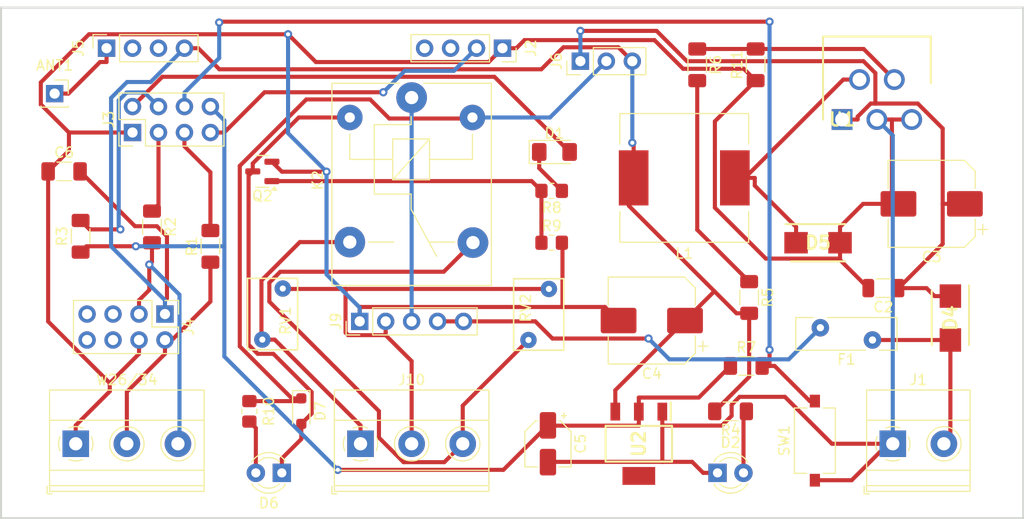
<source format=kicad_pcb>
(kicad_pcb (version 20221018) (generator pcbnew)
  (layers (0 "F.Cu" signal) (31 "B.Cu" signal) (34 "B.Paste" user) (35 "F.Paste" user) (36 "B.SilkS" user "B.Silkscreen") (37 "F.SilkS" user "F.Silkscreen") (38 "B.Mask" user) (39 "F.Mask" user) (44 "Edge.Cuts" user))
  (net 0 "")
  (net 1 "Net-(ANT1-Pin_1)")
  (net 2 "12V")
  (net 3 "GND")
  (net 4 "+5V")
  (net 5 "+3.3V")
  (net 6 "Net-(D1-K)")
  (net 7 "Net-(D1-A)")
  (net 8 "Net-(D2-A)")
  (net 9 "Net-(D4-A)")
  (net 10 "Net-(D5-K)")
  (net 11 "Net-(D6-K)")
  (net 12 "Net-(D6-A)")
  (net 13 "Net-(D7-K)")
  (net 14 "12VOUT")
  (net 15 "Net-(J2-Pin_2)")
  (net 18 "Net-(J3-Pin_3)")
  (net 19 "Net-(J3-Pin_4)")
  (net 20 "Net-(J3-Pin_5)")
  (net 21 "Net-(J3-Pin_6)")
  (net 22 "D1")
  (net 23 "D0")
  (net 30 "Net-(J10-Pin_2)")
  (net 31 "Net-(J9-Pin_3)")
  (net 32 "Net-(J10-Pin_1)")
  (net 33 "Net-(J10-Pin_3)")
  (net 34 "Net-(Q2-B)")
  (net 35 "Net-(R5-Pad1)")
  (net 36 "Net-(U1-FB)")
  (footprint "Resistor_SMD:R_1206_3216Metric_Pad1.30x1.75mm_HandSolder" (layer "F.Cu") (at 70.485 73.38 90)
    (fp_text reference "R1" (at 0 -1.82 90) (layer "F.SilkS"))
    (fp_text value "10K")
    (pad "1" smd roundrect (at -1.55 0 90) (size 1.3 1.75) (layers "F.Cu" "F.Paste" "F.Mask") (roundrect_rratio 0.192308) (net 22 "D1"))
    (pad "2" smd roundrect (at 1.55 0 90) (size 1.3 1.75) (layers "F.Cu" "F.Paste" "F.Mask") (roundrect_rratio 0.192308) (net 20 "Net-(J3-Pin_5)"))
  )
  (footprint "Resistor_SMD:R_1206_3216Metric_Pad1.30x1.75mm_HandSolder" (layer "F.Cu") (at 121.37 89.535 180)
    (fp_text reference "R4" (at 0 -1.82) (layer "F.SilkS"))
    (fp_text value "330")
    (pad "1" smd roundrect (at -1.55 0 180) (size 1.3 1.75) (layers "F.Cu" "F.Paste" "F.Mask") (roundrect_rratio 0.192308) (net 8 "Net-(D2-A)"))
    (pad "2" smd roundrect (at 1.55 0 180) (size 1.3 1.75) (layers "F.Cu" "F.Paste" "F.Mask") (roundrect_rratio 0.192308) (net 4 "+5V"))
  )
  (footprint "Connector_PinHeader_2.54mm:PinHeader_1x05_P2.54mm_Vertical" (layer "F.Cu") (at 85.09 80.725 90)
    (fp_text reference "J9" (at 0 -2.33 90) (layer "F.SilkS"))
    (fp_text value "jumpers salida")
    (pad "1" thru_hole rect (at 0 0 90) (size 1.7 1.7) (drill 1) (layers "*.Cu" "*.Mask") (net 3 "GND"))
    (pad "2" thru_hole oval (at 0 2.54 90) (size 1.7 1.7) (drill 1) (layers "*.Cu" "*.Mask") (net 30 "Net-(J10-Pin_2)"))
    (pad "3" thru_hole oval (at 0 5.08 90) (size 1.7 1.7) (drill 1) (layers "*.Cu" "*.Mask") (net 31 "Net-(J9-Pin_3)"))
    (pad "4" thru_hole oval (at 0 7.62 90) (size 1.7 1.7) (drill 1) (layers "*.Cu" "*.Mask") (net 14 "12VOUT"))
    (pad "5" thru_hole oval (at 0 10.16 90) (size 1.7 1.7) (drill 1) (layers "*.Cu" "*.Mask") (net 14 "12VOUT"))
  )
  (footprint "Kicad Modelos:SS34B-HF" (layer "F.Cu") (at 142.875 80.4 -90)
    (fp_text reference "D4" (at 0 0 90) (layer "F.SilkS") (effects (font (size 1.27 1.27) (thickness 0.254))))
    (fp_text value "SS34" hide)
    (pad "1" smd rect (at -2.15 0) (size 2.1 2.3) (layers "F.Cu" "F.Paste" "F.Mask") (net 2 "12V"))
    (pad "2" smd rect (at 2.15 0) (size 2.1 2.3) (layers "F.Cu" "F.Paste" "F.Mask") (net 9 "Net-(D4-A)"))
  )
  (footprint "Resistor_SMD:R_1206_3216Metric_Pad1.30x1.75mm_HandSolder" (layer "F.Cu") (at 122.91 85.09)
    (fp_text reference "R7" (at 0 -1.82) (layer "F.SilkS"))
    (fp_text value "10K")
    (pad "1" smd roundrect (at -1.55 0) (size 1.3 1.75) (layers "F.Cu" "F.Paste" "F.Mask") (roundrect_rratio 0.192308) (net 5 "+3.3V"))
    (pad "2" smd roundrect (at 1.55 0) (size 1.3 1.75) (layers "F.Cu" "F.Paste" "F.Mask") (roundrect_rratio 0.192308) (net 21 "Net-(J3-Pin_6)"))
  )
  (footprint "Resistor_SMD:R_0805_2012Metric_Pad1.20x1.40mm_HandSolder" (layer "F.Cu") (at 103.87 73.025)
    (fp_text reference "R9" (at 0 -1.65) (layer "F.SilkS"))
    (fp_text value "100K")
    (pad "1" smd roundrect (at -1 0) (size 1.2 1.4) (layers "F.Cu" "F.Paste" "F.Mask") (roundrect_rratio 0.208333) (net 34 "Net-(Q2-B)"))
    (pad "2" smd roundrect (at 1 0) (size 1.2 1.4) (layers "F.Cu" "F.Paste" "F.Mask") (roundrect_rratio 0.208333) (net 3 "GND"))
  )
  (footprint "Kicad Modelos:TLV1117LV33DCYR" (layer "F.Cu") (at 112.395 92.71 -90)
    (fp_text reference "U2" (at 0 0 90) (layer "F.SilkS") (effects (font (size 1.27 1.27) (thickness 0.254))))
    (fp_text value "AMS1117-3.3" hide)
    (pad "1" smd rect (at -3.15 -2.3) (size 0.95 1.75) (layers "F.Cu" "F.Paste" "F.Mask") (net 3 "GND"))
    (pad "2" smd rect (at -3.15 0) (size 0.95 1.75) (layers "F.Cu" "F.Paste" "F.Mask") (net 5 "+3.3V"))
    (pad "3" smd rect (at -3.15 2.3) (size 0.95 1.75) (layers "F.Cu" "F.Paste" "F.Mask") (net 4 "+5V"))
    (pad "4" smd rect (at 3.15 0 270) (size 1.75 3.2) (layers "F.Cu" "F.Paste" "F.Mask"))
  )
  (footprint "Capacitor_SMD:C_1206_3216Metric" (layer "F.Cu") (at 136.32 77.47 180)
    (fp_text reference "C2" (at 0 -1.85) (layer "F.SilkS"))
    (fp_text value "0.1u")
    (pad "1" smd roundrect (at -1.475 0 180) (size 1.15 1.8) (layers "F.Cu" "F.Paste" "F.Mask") (roundrect_rratio 0.217391) (net 2 "12V"))
    (pad "2" smd roundrect (at 1.475 0 180) (size 1.15 1.8) (layers "F.Cu" "F.Paste" "F.Mask") (roundrect_rratio 0.217391) (net 3 "GND"))
  )
  (footprint "Capacitor_SMD:CP_Elec_4x4.5" (layer "F.Cu") (at 103.505 92.71 -90)
    (fp_text reference "C5" (at 0 -3.2 90) (layer "F.SilkS"))
    (fp_text value "10uF/16V")
    (pad "1" smd roundrect (at -1.8 0 270) (size 2.6 1.6) (layers "F.Cu" "F.Paste" "F.Mask") (roundrect_rratio 0.15625) (net 5 "+3.3V"))
    (pad "2" smd roundrect (at 1.8 0 270) (size 2.6 1.6) (layers "F.Cu" "F.Paste" "F.Mask") (roundrect_rratio 0.15625) (net 3 "GND"))
  )
  (footprint "Resistor_SMD:R_1206_3216Metric_Pad1.30x1.75mm_HandSolder" (layer "F.Cu") (at 123.19 78.385 -90)
    (fp_text reference "R5" (at 0 -1.82 90) (layer "F.SilkS"))
    (fp_text value "10K")
    (pad "1" smd roundrect (at -1.55 0 270) (size 1.3 1.75) (layers "F.Cu" "F.Paste" "F.Mask") (roundrect_rratio 0.192308) (net 35 "Net-(R5-Pad1)"))
    (pad "2" smd roundrect (at 1.55 0 270) (size 1.3 1.75) (layers "F.Cu" "F.Paste" "F.Mask") (roundrect_rratio 0.192308) (net 4 "+5V"))
  )
  (footprint "Resistor_SMD:R_1206_3216Metric_Pad1.30x1.75mm_HandSolder" (layer "F.Cu") (at 123.825 55.6 90)
    (fp_text reference "R11" (at 0 -1.82 90) (layer "F.SilkS"))
    (fp_text value "4.7K")
    (pad "1" smd roundrect (at -1.55 0 90) (size 1.3 1.75) (layers "F.Cu" "F.Paste" "F.Mask") (roundrect_rratio 0.192308) (net 3 "GND"))
    (pad "2" smd roundrect (at 1.55 0 90) (size 1.3 1.75) (layers "F.Cu" "F.Paste" "F.Mask") (roundrect_rratio 0.192308) (net 36 "Net-(U1-FB)"))
  )
  (footprint "Capacitor_SMD:CP_Elec_8x10" (layer "F.Cu") (at 141.045 69.215 180)
    (fp_text reference "C3" (at 0 -5.2) (layer "F.SilkS"))
    (fp_text value "220uF/35V")
    (pad "1" smd roundrect (at -3.25 0 180) (size 3.5 2.5) (layers "F.Cu" "F.Paste" "F.Mask") (roundrect_rratio 0.1) (net 2 "12V"))
    (pad "2" smd roundrect (at 3.25 0 180) (size 3.5 2.5) (layers "F.Cu" "F.Paste" "F.Mask") (roundrect_rratio 0.1) (net 3 "GND"))
  )
  (footprint "Package_TO_SOT_SMD:SOT-23" (layer "F.Cu") (at 75.565 66.04 180)
    (fp_text reference "Q2" (at 0 -2.4) (layer "F.SilkS"))
    (fp_text value "MMBT5551L")
    (pad "1" smd roundrect (at -0.9375 -0.95 180) (size 1.475 0.6) (layers "F.Cu" "F.Paste" "F.Mask") (net 34 "Net-(Q2-B)"))
    (pad "2" smd roundrect (at -0.9375 0.95 180) (size 1.475 0.6) (layers "F.Cu" "F.Paste" "F.Mask") (net 3 "GND"))
    (pad "3" smd roundrect (at 0.9375 0 180) (size 1.475 0.6) (layers "F.Cu" "F.Paste" "F.Mask") (net 11 "Net-(D6-K)"))
  )
  (footprint "Resistor_SMD:R_0805_2012Metric_Pad1.20x1.40mm_HandSolder" (layer "F.Cu") (at 74.295 89.535 90)
    (fp_text reference "R10" (at 0 1.905 90) (layer "F.SilkS"))
    (fp_text value "330")
    (pad "1" smd roundrect (at -1 0 90) (size 1.2 1.4) (layers "F.Cu" "F.Paste" "F.Mask") (roundrect_rratio 0.208333) (net 12 "Net-(D6-A)"))
    (pad "2" smd roundrect (at 1 0 90) (size 1.2 1.4) (layers "F.Cu" "F.Paste" "F.Mask") (roundrect_rratio 0.208333) (net 13 "Net-(D7-K)"))
  )
  (footprint "Kicad Modelos:LM2596TVADJG" (layer "F.Cu") (at 132.283 60.96)
    (fp_text reference "U1" (at 0 0) (layer "F.SilkS") (effects (font (size 1.27 1.27) (thickness 0.254))))
    (fp_text value "LM2596S-5" hide)
    (pad "1" thru_hole rect (at 0 0) (size 2.04 2.04) (drill 1.36) (layers "*.Cu" "*.Mask") (net 2 "12V"))
    (pad "2" thru_hole circle (at 1.702 -3.912) (size 2.04 2.04) (drill 1.36) (layers "*.Cu" "*.Mask") (net 10 "Net-(D5-K)"))
    (pad "3" thru_hole circle (at 3.404 0) (size 2.04 2.04) (drill 1.36) (layers "*.Cu" "*.Mask") (net 3 "GND"))
    (pad "4" thru_hole circle (at 5.106 -3.912) (size 2.04 2.04) (drill 1.36) (layers "*.Cu" "*.Mask") (net 36 "Net-(U1-FB)"))
    (pad "5" thru_hole circle (at 6.808 0) (size 2.04 2.04) (drill 1.36) (layers "*.Cu" "*.Mask") (net 3 "GND"))
  )
  (footprint "Fuse:Fuse_Bourns_MF-RHT100" (layer "F.Cu") (at 135.255 82.55 180)
    (fp_text reference "F1" (at 2.55 -1.9) (layer "F.SilkS"))
    (fp_text value "MF-R110")
    (pad "1" thru_hole circle (at 0 0 180) (size 1.71 1.71) (drill 0.71) (layers "*.Cu" "*.Mask") (net 9 "Net-(D4-A)"))
    (pad "2" thru_hole circle (at 5.1 1.2 180) (size 1.71 1.71) (drill 0.71) (layers "*.Cu" "*.Mask") (net 14 "12VOUT"))
  )
  (footprint "Connector_PinHeader_2.54mm:PinHeader_2x04_P2.54mm_Vertical" (layer "F.Cu") (at 66.04 80.01 -90)
    (fp_text reference "J4" (at 1.27 -2.33 90) (layer "F.SilkS"))
    (fp_text value "Conn_02x04_Counter_Clockwise")
    (pad "1" thru_hole rect (at 0 0 270) (size 1.7 1.7) (drill 1) (layers "*.Cu" "*.Mask") (net 4 "+5V"))
    (pad "2" thru_hole oval (at 2.54 0 270) (size 1.7 1.7) (drill 1) (layers "*.Cu" "*.Mask") (net 22 "D1"))
    (pad "3" thru_hole oval (at 0 2.54 270) (size 1.7 1.7) (drill 1) (layers "*.Cu" "*.Mask") (net 23 "D0"))
    (pad "4" thru_hole oval (at 2.54 2.54 270) (size 1.7 1.7) (drill 1) (layers "*.Cu" "*.Mask") (net 3 "GND"))
    (pad "5" thru_hole oval (at 0 5.08 270) (size 1.7 1.7) (drill 1) (layers "*.Cu" "*.Mask"))
    (pad "6" thru_hole oval (at 2.54 5.08 270) (size 1.7 1.7) (drill 1) (layers "*.Cu" "*.Mask"))
    (pad "7" thru_hole oval (at 0 7.62 270) (size 1.7 1.7) (drill 1) (layers "*.Cu" "*.Mask"))
    (pad "8" thru_hole oval (at 2.54 7.62 270) (size 1.7 1.7) (drill 1) (layers "*.Cu" "*.Mask"))
  )
  (footprint "Diode_SMD:D_1206_3216Metric_Pad1.42x1.75mm_HandSolder" (layer "F.Cu") (at 104.14 64.135)
    (fp_text reference "D1" (at 0 -1.82) (layer "F.SilkS"))
    (fp_text value "1N4148")
    (pad "1" smd roundrect (at -1.4875 0) (size 1.425 1.75) (layers "F.Cu" "F.Paste" "F.Mask") (roundrect_rratio 0.175439) (net 6 "Net-(D1-K)"))
    (pad "2" smd roundrect (at 1.4875 0) (size 1.425 1.75) (layers "F.Cu" "F.Paste" "F.Mask") (roundrect_rratio 0.175439) (net 7 "Net-(D1-A)"))
  )
  (footprint "TerminalBlock_Phoenix:TerminalBlock_Phoenix_MKDS-1,5-2_1x02_P5.00mm_Horizontal" (layer "F.Cu") (at 137.24 92.71)
    (fp_text reference "J1" (at 2.5 -6.26) (layer "F.SilkS"))
    (fp_text value "IN 12V")
    (pad "1" thru_hole rect (at 0 0) (size 2.6 2.6) (drill 1.3) (layers "*.Cu" "*.Mask") (net 3 "GND"))
    (pad "2" thru_hole circle (at 5 0) (size 2.6 2.6) (drill 1.3) (layers "*.Cu" "*.Mask") (net 9 "Net-(D4-A)"))
  )
  (footprint "Resistor_SMD:R_1206_3216Metric_Pad1.30x1.75mm_HandSolder" (layer "F.Cu") (at 118.11 55.6 -90)
    (fp_text reference "R6" (at 0 -1.82 90) (layer "F.SilkS"))
    (fp_text value "4.7K")
    (pad "1" smd roundrect (at -1.55 0 270) (size 1.3 1.75) (layers "F.Cu" "F.Paste" "F.Mask") (roundrect_rratio 0.192308) (net 36 "Net-(U1-FB)"))
    (pad "2" smd roundrect (at 1.55 0 270) (size 1.3 1.75) (layers "F.Cu" "F.Paste" "F.Mask") (roundrect_rratio 0.192308) (net 35 "Net-(R5-Pad1)"))
  )
  (footprint "Capacitor_SMD:C_1206_3216Metric_Pad1.33x1.80mm_HandSolder" (layer "F.Cu") (at 56.1725 66.04)
    (fp_text reference "C6" (at 0 -1.85) (layer "F.SilkS"))
    (fp_text value "0.1u")
    (pad "1" smd roundrect (at -1.5625 0) (size 1.325 1.8) (layers "F.Cu" "F.Paste" "F.Mask") (roundrect_rratio 0.188679) (net 3 "GND"))
    (pad "2" smd roundrect (at 1.5625 0) (size 1.325 1.8) (layers "F.Cu" "F.Paste" "F.Mask") (roundrect_rratio 0.188679) (net 4 "+5V"))
  )
  (footprint "Capacitor_SMD:CP_Elec_8x10" (layer "F.Cu") (at 113.665 80.645 180)
    (fp_text reference "C4" (at 0 -5.2) (layer "F.SilkS"))
    (fp_text value "220uF/35V")
    (pad "1" smd roundrect (at -3.25 0 180) (size 3.5 2.5) (layers "F.Cu" "F.Paste" "F.Mask") (roundrect_rratio 0.1) (net 4 "+5V"))
    (pad "2" smd roundrect (at 3.25 0 180) (size 3.5 2.5) (layers "F.Cu" "F.Paste" "F.Mask") (roundrect_rratio 0.1) (net 3 "GND"))
  )
  (footprint "Resistor_SMD:R_0805_2012Metric_Pad1.20x1.40mm_HandSolder" (layer "F.Cu") (at 103.87 67.945 180)
    (fp_text reference "R8" (at 0 -1.65) (layer "F.SilkS"))
    (fp_text value "10K")
    (pad "1" smd roundrect (at -1 0 180) (size 1.2 1.4) (layers "F.Cu" "F.Paste" "F.Mask") (roundrect_rratio 0.208333) (net 6 "Net-(D1-K)"))
    (pad "2" smd roundrect (at 1 0 180) (size 1.2 1.4) (layers "F.Cu" "F.Paste" "F.Mask") (roundrect_rratio 0.208333) (net 34 "Net-(Q2-B)"))
  )
  (footprint "Connector_PinHeader_2.54mm:PinHeader_2x04_P2.54mm_Vertical" (layer "F.Cu") (at 62.865 62.23 90)
    (fp_text reference "J3" (at 1.27 -2.33 90) (layer "F.SilkS"))
    (fp_text value "ESP01")
    (pad "1" thru_hole rect (at 0 0 90) (size 1.7 1.7) (drill 1) (layers "*.Cu" "*.Mask") (net 3 "GND"))
    (pad "2" thru_hole oval (at 2.54 0 90) (size 1.7 1.7) (drill 1) (layers "*.Cu" "*.Mask") (net 7 "Net-(D1-A)"))
    (pad "3" thru_hole oval (at 0 2.54 90) (size 1.7 1.7) (drill 1) (layers "*.Cu" "*.Mask") (net 18 "Net-(J3-Pin_3)"))
    (pad "4" thru_hole oval (at 2.54 2.54 90) (size 1.7 1.7) (drill 1) (layers "*.Cu" "*.Mask") (net 19 "Net-(J3-Pin_4)"))
    (pad "5" thru_hole oval (at 0 5.08 90) (size 1.7 1.7) (drill 1) (layers "*.Cu" "*.Mask") (net 20 "Net-(J3-Pin_5)"))
    (pad "6" thru_hole oval (at 2.54 5.08 90) (size 1.7 1.7) (drill 1) (layers "*.Cu" "*.Mask") (net 21 "Net-(J3-Pin_6)"))
    (pad "7" thru_hole oval (at 0 7.62 90) (size 1.7 1.7) (drill 1) (layers "*.Cu" "*.Mask") (net 15 "Net-(J2-Pin_2)"))
    (pad "8" thru_hole oval (at 2.54 7.62 90) (size 1.7 1.7) (drill 1) (layers "*.Cu" "*.Mask") (net 5 "+3.3V"))
  )
  (footprint "TerminalBlock_Phoenix:TerminalBlock_Phoenix_MKDS-1,5-3_1x03_P5.00mm_Horizontal" (layer "F.Cu") (at 57.31 92.71)
    (fp_text reference "W26/34" (at 5 -6.26) (layer "F.SilkS"))
    (fp_text value "Screw_Terminal_01x03")
    (pad "1" thru_hole rect (at 0 0) (size 2.6 2.6) (drill 1.3) (layers "*.Cu" "*.Mask") (net 3 "GND"))
    (pad "2" thru_hole circle (at 5 0) (size 2.6 2.6) (drill 1.3) (layers "*.Cu" "*.Mask") (net 22 "D1"))
    (pad "3" thru_hole circle (at 10 0) (size 2.6 2.6) (drill 1.3) (layers "*.Cu" "*.Mask") (net 23 "D0"))
  )
  (footprint "Connector_PinHeader_2.54mm:PinHeader_1x03_P2.54mm_Vertical" (layer "F.Cu") (at 106.68 55.245 90)
    (fp_text reference "J6" (at 0 -2.33 90) (layer "F.SilkS"))
    (fp_text value "V-coil1")
    (pad "1" thru_hole rect (at 0 0 90) (size 1.7 1.7) (drill 1) (layers "*.Cu" "*.Mask") (net 2 "12V"))
    (pad "2" thru_hole oval (at 0 2.54 90) (size 1.7 1.7) (drill 1) (layers "*.Cu" "*.Mask") (net 13 "Net-(D7-K)"))
    (pad "3" thru_hole oval (at 0 5.08 90) (size 1.7 1.7) (drill 1) (layers "*.Cu" "*.Mask") (net 4 "+5V"))
  )
  (footprint "Diode_SMD:D_SOD-323_HandSoldering" (layer "F.Cu") (at 79.375 89.515 -90)
    (fp_text reference "D7" (at 0 -1.85 90) (layer "F.SilkS"))
    (fp_text value "1N4148")
    (pad "1" smd roundrect (at -1.25 0 270) (size 1 1) (layers "F.Cu" "F.Paste" "F.Mask") (net 13 "Net-(D7-K)"))
    (pad "2" smd roundrect (at 1.25 0 270) (size 1 1) (layers "F.Cu" "F.Paste" "F.Mask") (net 11 "Net-(D6-K)"))
  )
  (footprint "Varistor:RV_Disc_D7mm_W4.9mm_P5mm" (layer "F.Cu") (at 75.565 82.51 90)
    (fp_text reference "RV1" (at 1.865 2.27 90) (layer "F.SilkS"))
    (fp_text value "470KD07")
    (pad "1" thru_hole circle (at 0 0 90) (size 1.6 1.6) (drill 0.6) (layers "*.Cu" "*.Mask") (net 32 "Net-(J10-Pin_1)"))
    (pad "2" thru_hole circle (at 5 2 90) (size 1.6 1.6) (drill 0.6) (layers "*.Cu" "*.Mask") (net 30 "Net-(J10-Pin_2)"))
  )
  (footprint "Resistor_SMD:R_1206_3216Metric_Pad1.30x1.75mm_HandSolder" (layer "F.Cu") (at 64.77 71.475 -90)
    (fp_text reference "R2" (at 0 -1.82 90) (layer "F.SilkS"))
    (fp_text value "10K")
    (pad "1" smd roundrect (at -1.55 0 270) (size 1.3 1.75) (layers "F.Cu" "F.Paste" "F.Mask") (roundrect_rratio 0.192308) (net 18 "Net-(J3-Pin_3)"))
    (pad "2" smd roundrect (at 1.55 0 270) (size 1.3 1.75) (layers "F.Cu" "F.Paste" "F.Mask") (roundrect_rratio 0.192308) (net 23 "D0"))
  )
  (footprint "TerminalBlock_Phoenix:TerminalBlock_Phoenix_MKDS-1,5-3_1x03_P5.00mm_Horizontal" (layer "F.Cu") (at 85.17 92.71)
    (fp_text reference "J10" (at 5 -6.26) (layer "F.SilkS"))
    (fp_text value "OUT")
    (pad "1" thru_hole rect (at 0 0) (size 2.6 2.6) (drill 1.3) (layers "*.Cu" "*.Mask") (net 32 "Net-(J10-Pin_1)"))
    (pad "2" thru_hole circle (at 5 0) (size 2.6 2.6) (drill 1.3) (layers "*.Cu" "*.Mask") (net 30 "Net-(J10-Pin_2)"))
    (pad "3" thru_hole circle (at 10 0) (size 2.6 2.6) (drill 1.3) (layers "*.Cu" "*.Mask") (net 33 "Net-(J10-Pin_3)"))
  )
  (footprint "Inductor_SMD:L_12x12mm_H8mm" (layer "F.Cu") (at 116.84 66.675 180)
    (fp_text reference "L1" (at 0 -7.4) (layer "F.SilkS"))
    (fp_text value "33 uH/3.5A")
    (pad "1" smd rect (at -4.95 0 180) (size 2.9 5.4) (layers "F.Cu" "F.Paste" "F.Mask") (net 10 "Net-(D5-K)"))
    (pad "2" smd rect (at 4.95 0 180) (size 2.9 5.4) (layers "F.Cu" "F.Paste" "F.Mask") (net 4 "+5V"))
  )
  (footprint "Connector_PinSocket_2.54mm:PinSocket_1x04_P2.54mm_Vertical" (layer "F.Cu") (at 99.06 53.975 -90)
    (fp_text reference "J2" (at 0 -2.77 90) (layer "F.SilkS"))
    (fp_text value "Receptor RF")
    (pad "1" thru_hole rect (at 0 0 270) (size 1.7 1.7) (drill 1) (layers "*.Cu" "*.Mask") (net 3 "GND"))
    (pad "2" thru_hole oval (at 0 2.54 270) (size 1.7 1.7) (drill 1) (layers "*.Cu" "*.Mask") (net 15 "Net-(J2-Pin_2)"))
    (pad "3" thru_hole oval (at 0 5.08 270) (size 1.7 1.7) (drill 1) (layers "*.Cu" "*.Mask"))
    (pad "4" thru_hole oval (at 0 7.62 270) (size 1.7 1.7) (drill 1) (layers "*.Cu" "*.Mask"))
  )
  (footprint "Button_Switch_SMD:SW_Tactile_SPST_NO_Straight_CK_PTS636Sx25SMTRLFS" (layer "F.Cu") (at 129.62 92.405 90)
    (fp_text reference "SW1" (at 0 -3 90 unlocked) (layer "F.SilkS"))
    (fp_text value "RESET")
    (pad "1" smd rect (at -3.875 0 90) (size 1.25 1) (layers "F.Cu" "F.Paste" "F.Mask") (net 3 "GND"))
    (pad "2" smd rect (at 3.875 0 90) (size 1.25 1) (layers "F.Cu" "F.Paste" "F.Mask") (net 21 "Net-(J3-Pin_6)"))
  )
  (footprint "Resistor_SMD:R_1206_3216Metric_Pad1.30x1.75mm_HandSolder" (layer "F.Cu") (at 57.785 72.39 90)
    (fp_text reference "R3" (at 0 -1.82 90) (layer "F.SilkS"))
    (fp_text value "10K")
    (pad "1" smd roundrect (at -1.55 0 90) (size 1.3 1.75) (layers "F.Cu" "F.Paste" "F.Mask") (roundrect_rratio 0.192308) (net 5 "+3.3V"))
    (pad "2" smd roundrect (at 1.55 0 90) (size 1.3 1.75) (layers "F.Cu" "F.Paste" "F.Mask") (roundrect_rratio 0.192308) (net 19 "Net-(J3-Pin_4)"))
  )
  (footprint "LED_THT:LED_D3.0mm" (layer "F.Cu") (at 77.47 95.56 180)
    (fp_text reference "D6" (at 1.27 -2.96) (layer "F.SilkS"))
    (fp_text value "LED")
    (pad "1" thru_hole rect (at 0 0 180) (size 1.8 1.8) (drill 0.9) (layers "*.Cu" "*.Mask") (net 11 "Net-(D6-K)"))
    (pad "2" thru_hole circle (at 2.54 0 180) (size 1.8 1.8) (drill 0.9) (layers "*.Cu" "*.Mask") (net 12 "Net-(D6-A)"))
  )
  (footprint "LED_THT:LED_D3.0mm" (layer "F.Cu") (at 120.095 95.56)
    (fp_text reference "D2" (at 1.27 -2.96) (layer "F.SilkS"))
    (fp_text value "LED")
    (pad "1" thru_hole rect (at 0 0) (size 1.8 1.8) (drill 0.9) (layers "*.Cu" "*.Mask") (net 3 "GND"))
    (pad "2" thru_hole circle (at 2.54 0) (size 1.8 1.8) (drill 0.9) (layers "*.Cu" "*.Mask") (net 8 "Net-(D2-A)"))
  )
  (footprint "Varistor:RV_Disc_D7mm_W4.9mm_P5mm" (layer "F.Cu") (at 103.6 77.55 -90)
    (fp_text reference "RV2" (at 1.865 2.27 90) (layer "F.SilkS"))
    (fp_text value "470KD07")
    (pad "1" thru_hole circle (at 0 0 270) (size 1.6 1.6) (drill 0.6) (layers "*.Cu" "*.Mask") (net 30 "Net-(J10-Pin_2)"))
    (pad "2" thru_hole circle (at 5 2 270) (size 1.6 1.6) (drill 0.6) (layers "*.Cu" "*.Mask") (net 33 "Net-(J10-Pin_3)"))
  )
  (footprint "Connector_PinSocket_2.54mm:PinSocket_1x01_P2.54mm_Vertical" (layer "F.Cu") (at 55.245 58.42)
    (fp_text reference "ANT1" (at 0 -2.77) (layer "F.SilkS"))
    (fp_text value "ANT")
    (pad "1" thru_hole rect (at 0 0) (size 1.7 1.7) (drill 1) (layers "*.Cu" "*.Mask") (net 1 "Net-(ANT1-Pin_1)"))
  )
  (footprint "Connector_PinSocket_2.54mm:PinSocket_1x04_P2.54mm_Vertical" (layer "F.Cu") (at 60.325 53.975 90)
    (fp_text reference "J5" (at 0 -2.77 90) (layer "F.SilkS"))
    (fp_text value "Receptor RF")
    (pad "1" thru_hole rect (at 0 0 90) (size 1.7 1.7) (drill 1) (layers "*.Cu" "*.Mask") (net 1 "Net-(ANT1-Pin_1)"))
    (pad "2" thru_hole oval (at 0 2.54 90) (size 1.7 1.7) (drill 1) (layers "*.Cu" "*.Mask"))
    (pad "3" thru_hole oval (at 0 5.08 90) (size 1.7 1.7) (drill 1) (layers "*.Cu" "*.Mask"))
    (pad "4" thru_hole oval (at 0 7.62 90) (size 1.7 1.7) (drill 1) (layers "*.Cu" "*.Mask") (net 4 "+5V"))
  )
  (footprint "Relay_THT:Relay_SPDT_SANYOU_SRD_Series_Form_C" (layer "F.Cu") (at 90.17 58.81 -90)
    (fp_text reference "K2" (at 8.1 9.2 90) (layer "F.SilkS"))
    (fp_text value "SANYOU_SRD_Form_C")
    (pad "1" thru_hole circle (at 0 0) (size 3 3) (drill 1.3) (layers "*.Cu" "*.Mask") (net 31 "Net-(J9-Pin_3)"))
    (pad "2" thru_hole circle (at 1.95 6.05) (size 2.5 2.5) (drill 1) (layers "*.Cu" "*.Mask") (net 11 "Net-(D6-K)"))
    (pad "3" thru_hole circle (at 14.15 6.05) (size 3 3) (drill 1.3) (layers "*.Cu" "*.Mask") (net 32 "Net-(J10-Pin_1)"))
    (pad "4" thru_hole circle (at 14.2 -6) (size 3 3) (drill 1.3) (layers "*.Cu" "*.Mask") (net 33 "Net-(J10-Pin_3)"))
    (pad "5" thru_hole circle (at 1.95 -5.95) (size 2.5 2.5) (drill 1) (layers "*.Cu" "*.Mask") (net 13 "Net-(D7-K)"))
  )
  (footprint "Kicad Modelos:SS34B-HF" (layer "F.Cu") (at 129.93 73.025)
    (fp_text reference "D5" (at 0 0) (layer "F.SilkS") (effects (font (size 1.27 1.27) (thickness 0.254))))
    (fp_text value "SS34" hide)
    (pad "1" smd rect (at -2.15 0 90) (size 2.1 2.3) (layers "F.Cu" "F.Paste" "F.Mask") (net 10 "Net-(D5-K)"))
    (pad "2" smd rect (at 2.15 0 90) (size 2.1 2.3) (layers "F.Cu" "F.Paste" "F.Mask") (net 3 "GND"))
  )
  (gr_rect (start 50 50) (end 150 100) (stroke (width 0.2)) (fill none) (layer "Edge.Cuts"))
  (segment (start 59.69 55.3269) (end 60.325 55.3269) (width 0.4) (layer "F.Cu") (net 1))
  (segment (start 60.325 53.975) (end 60.325 55.3269) (width 0.4) (layer "F.Cu") (net 1))
  (segment (start 56.5969 58.42) (end 59.69 55.3269) (width 0.4) (layer "F.Cu") (net 1))
  (segment (start 55.245 58.42) (end 56.5969 58.42) (width 0.4) (layer "F.Cu") (net 1))
  (segment (start 114.133 52.2796) (end 106.68 52.2796) (width 0.4) (layer "F.Cu") (net 2))
  (segment (start 142.1221 61.8295) (end 139.6882 59.3956) (width 0.4) (layer "F.Cu") (net 2))
  (segment (start 137.795 77.47) (end 142.1221 73.1429) (width 0.4) (layer "F.Cu") (net 2))
  (segment (start 135.5362 59.3956) (end 135.5362 56.4088) (width 0.4) (layer "F.Cu") (net 2))
  (segment (start 142.1221 69.215) (end 144.295 69.215) (width 0.4) (layer "F.Cu") (net 2))
  (segment (start 135.5362 56.4088) (end 134.3723 55.2449) (width 0.4) (layer "F.Cu") (net 2))
  (segment (start 132.549 60.96) (end 132.4646 60.96) (width 0.4) (layer "F.Cu") (net 2))
  (segment (start 117.0983 55.2449) (end 114.133 52.2796) (width 0.4) (layer "F.Cu") (net 2))
  (segment (start 132.283 60.96) (end 132.4646 60.96) (width 0.4) (layer "F.Cu") (net 2))
  (segment (start 139.6882 59.3956) (end 135.5362 59.3956) (width 0.4) (layer "F.Cu") (net 2))
  (segment (start 135.5362 59.3956) (end 135.0839 59.3956) (width 0.4) (layer "F.Cu") (net 2))
  (segment (start 142.875 78.25) (end 141.3231 78.25) (width 0.4) (layer "F.Cu") (net 2))
  (segment (start 132.549 60.96) (end 133.8049 60.96) (width 0.4) (layer "F.Cu") (net 2))
  (segment (start 135.0839 59.3956) (end 133.8049 60.6746) (width 0.4) (layer "F.Cu") (net 2))
  (segment (start 142.1221 69.215) (end 142.1221 61.8295) (width 0.4) (layer "F.Cu") (net 2))
  (segment (start 133.8049 60.6746) (end 133.8049 60.96) (width 0.4) (layer "F.Cu") (net 2))
  (segment (start 137.795 77.47) (end 140.5431 77.47) (width 0.4) (layer "F.Cu") (net 2))
  (segment (start 142.1221 73.1429) (end 142.1221 69.215) (width 0.4) (layer "F.Cu") (net 2))
  (segment (start 140.5431 77.47) (end 141.3231 78.25) (width 0.4) (layer "F.Cu") (net 2))
  (segment (start 134.3723 55.2449) (end 117.0983 55.2449) (width 0.4) (layer "F.Cu") (net 2))
  (via (at 106.68 52.2796) (size 0.8) (drill 0.4) (layers "F.Cu" "B.Cu") (net 2))
  (segment (start 106.68 55.245) (end 106.68 52.2796) (width 0.4) (layer "B.Cu") (net 2))
  (segment (start 131.2848 92.71) (end 126.6912 88.1164) (width 0.4) (layer "F.Cu") (net 3))
  (segment (start 137.795 69.215) (end 137.156 69.215) (width 0.4) (layer "F.Cu") (net 3))
  (segment (start 62.865 62.23) (end 61.5131 62.23) (width 0.4) (layer "F.Cu") (net 3))
  (segment (start 119.8381 69.5937) (end 119.8381 61.1369) (width 0.4) (layer "F.Cu") (net 3))
  (segment (start 132.08 74.705) (end 132.08 74.5769) (width 0.4) (layer "F.Cu") (net 3))
  (segment (start 122.6651 55.9901) (end 123.825 57.15) (width 0.4) (layer "F.Cu") (net 3))
  (segment (start 57.31 92.71) (end 57.31 90.9081) (width 0.4) (layer "F.Cu") (net 3))
  (segment (start 54.61 80.7371) (end 54.61 66.04) (width 0.4) (layer "F.Cu") (net 3))
  (segment (start 104.87 73.025) (end 104.9269 73.0819) (width 0.4) (layer "F.Cu") (net 3))
  (segment (start 97.7034 55.3316) (end 99.06 53.975) (width 0.4) (layer "F.Cu") (net 3))
  (segment (start 57.31 90.9081) (end 60.6374 87.5807) (width 0.4) (layer "F.Cu") (net 3))
  (segment (start 114.695 94.4831) (end 114.695 90.9291) (width 0.4) (layer "F.Cu") (net 3))
  (segment (start 121.4757 88.8897) (end 121.4757 89.9733) (width 0.4) (layer "F.Cu") (net 3))
  (segment (start 119.8381 61.1369) (end 123.825 57.15) (width 0.4) (layer "F.Cu") (net 3))
  (segment (start 76.5025 65.09) (end 77.4803 66.0678) (width 0.4) (layer "F.Cu") (net 3))
  (segment (start 60.6374 86.7645) (end 54.61 80.7371) (width 0.4) (layer "F.Cu") (net 3))
  (segment (start 122.249 88.1164) (end 121.4757 88.8897) (width 0.4) (layer "F.Cu") (net 3))
  (segment (start 56.6439 62.23) (end 56.6439 64.0061) (width 0.4) (layer "F.Cu") (net 3))
  (segment (start 56.6439 64.0061) (end 54.61 66.04) (width 0.4) (layer "F.Cu") (net 3))
  (segment (start 132.08 73.025) (end 132.08 71.4731) (width 0.4) (layer "F.Cu") (net 3))
  (segment (start 109.086 79.316) (end 104.9269 79.316) (width 0.4) (layer "F.Cu") (net 3))
  (segment (start 132.08 74.5769) (end 124.8213 74.5769) (width 0.4) (layer "F.Cu") (net 3))
  (segment (start 136.7896 92.71) (end 131.2848 92.71) (width 0.4) (layer "F.Cu") (net 3))
  (segment (start 137.156 69.215) (end 134.3381 69.215) (width 0.4) (layer "F.Cu") (net 3))
  (segment (start 133.2196 96.28) (end 129.62 96.28) (width 0.4) (layer "F.Cu") (net 3))
  (segment (start 113.925 53.1815) (end 116.7336 55.9901) (width 0.4) (layer "F.Cu") (net 3))
  (segment (start 103.5319 94.4831) (end 103.505 94.51) (width 0.4) (layer "F.Cu") (net 3))
  (segment (start 60.6374 87.5807) (end 60.6374 86.7645) (width 0.4) (layer "F.Cu") (net 3))
  (segment (start 99.06 53.975) (end 100.4119 53.975) (width 0.4) (layer "F.Cu") (net 3))
  (segment (start 101.2054 53.1815) (end 113.925 53.1815) (width 0.4) (layer "F.Cu") (net 3))
  (segment (start 78.0805 52.6092) (end 80.8029 55.3316) (width 0.4) (layer "F.Cu") (net 3))
  (segment (start 132.08 73.025) (end 132.08 74.5769) (width 0.4) (layer "F.Cu") (net 3))
  (segment (start 110.415 80.645) (end 109.086 79.316) (width 0.4) (layer "F.Cu") (net 3))
  (segment (start 117.6162 94.4831) (end 118.6931 95.56) (width 0.4) (layer "F.Cu") (net 3))
  (segment (start 114.695 90.9291) (end 114.695 89.56) (width 0.4) (layer "F.Cu") (net 3))
  (segment (start 80.8029 55.3316) (end 97.7034 55.3316) (width 0.4) (layer "F.Cu") (net 3))
  (segment (start 60.6374 86.7645) (end 63.5 83.9019) (width 0.4) (layer "F.Cu") (net 3))
  (segment (start 116.7336 55.9901) (end 122.6651 55.9901) (width 0.4) (layer "F.Cu") (net 3))
  (segment (start 134.3381 69.215) (end 132.08 71.4731) (width 0.4) (layer "F.Cu") (net 3))
  (segment (start 61.5131 62.23) (end 56.6439 62.23) (width 0.4) (layer "F.Cu") (net 3))
  (segment (start 134.845 77.47) (end 132.08 74.705) (width 0.4) (layer "F.Cu") (net 3))
  (segment (start 104.9269 73.0819) (end 104.9269 79.316) (width 0.4) (layer "F.Cu") (net 3))
  (segment (start 139.091 60.96) (end 137.156 60.96) (width 0.4) (layer "F.Cu") (net 3))
  (segment (start 63.5 82.55) (end 63.5 83.9019) (width 0.4) (layer "F.Cu") (net 3))
  (segment (start 104.9269 79.316) (end 85.1471 79.316) (width 0.4) (layer "F.Cu") (net 3))
  (segment (start 137.156 60.96) (end 135.687 60.96) (width 0.4) (layer "F.Cu") (net 3))
  (segment (start 126.6912 88.1164) (end 122.249 88.1164) (width 0.4) (layer "F.Cu") (net 3))
  (segment (start 58.6094 52.6092) (end 78.0805 52.6092) (width 0.4) (layer "F.Cu") (net 3))
  (segment (start 77.4803 66.0678) (end 81.8433 66.0678) (width 0.4) (layer "F.Cu") (net 3))
  (segment (start 124.8213 74.5769) (end 119.8381 69.5937) (width 0.4) (layer "F.Cu") (net 3))
  (segment (start 120.095 95.56) (end 118.6931 95.56) (width 0.4) (layer "F.Cu") (net 3))
  (segment (start 120.5199 90.9291) (end 114.695 90.9291) (width 0.4) (layer "F.Cu") (net 3))
  (segment (start 137.156 69.215) (end 137.156 60.96) (width 0.4) (layer "F.Cu") (net 3))
  (segment (start 114.695 94.4831) (end 103.5319 94.4831) (width 0.4) (layer "F.Cu") (net 3))
  (segment (start 53.8931 59.4792) (end 53.8931 57.3255) (width 0.4) (layer "F.Cu") (net 3))
  (segment (start 137.24 92.71) (end 136.7896 92.71) (width 0.4) (layer "F.Cu") (net 3))
  (segment (start 100.4119 53.975) (end 101.2054 53.1815) (width 0.4) (layer "F.Cu") (net 3))
  (segment (start 53.8931 57.3255) (end 58.6094 52.6092) (width 0.4) (layer "F.Cu") (net 3))
  (segment (start 136.7896 92.71) (end 133.2196 96.28) (width 0.4) (layer "F.Cu") (net 3))
  (segment (start 56.6439 62.23) (end 53.8931 59.4792) (width 0.4) (layer "F.Cu") (net 3))
  (segment (start 85.1471 79.316) (end 85.09 79.3731) (width 0.4) (layer "F.Cu") (net 3))
  (segment (start 114.695 94.4831) (end 117.6162 94.4831) (width 0.4) (layer "F.Cu") (net 3))
  (segment (start 121.4757 89.9733) (end 120.5199 90.9291) (width 0.4) (layer "F.Cu") (net 3))
  (segment (start 85.09 80.725) (end 85.09 79.3731) (width 0.4) (layer "F.Cu") (net 3))
  (via (at 78.0805 52.6092) (size 0.8) (drill 0.4) (layers "F.Cu" "B.Cu") (net 3))
  (via (at 81.8433 66.0678) (size 0.8) (drill 0.4) (layers "F.Cu" "B.Cu") (net 3))
  (segment (start 85.09 79.3731) (end 81.8433 76.1264) (width 0.4) (layer "B.Cu") (net 3))
  (segment (start 137.24 92.71) (end 137.24 62.513) (width 0.4) (layer "B.Cu") (net 3))
  (segment (start 78.0806 52.6092) (end 78.0805 52.6092) (width 0.4) (layer "B.Cu") (net 3))
  (segment (start 85.09 80.725) (end 85.09 79.3731) (width 0.4) (layer "B.Cu") (net 3))
  (segment (start 81.8433 66.0678) (end 78.0806 62.3051) (width 0.4) (layer "B.Cu") (net 3))
  (segment (start 137.24 62.513) (end 135.687 60.96) (width 0.4) (layer "B.Cu") (net 3))
  (segment (start 78.0806 62.3051) (end 78.0806 52.6092) (width 0.4) (layer "B.Cu") (net 3))
  (segment (start 81.8433 76.1264) (end 81.8433 66.0678) (width 0.4) (layer "B.Cu") (net 3))
  (segment (start 119.7882 77.7718) (end 116.915 80.645) (width 0.4) (layer "F.Cu") (net 4))
  (segment (start 123.19 79.935) (end 123.19 86.165) (width 0.4) (layer "F.Cu") (net 4))
  (segment (start 66.04 78.6581) (end 66.2344 78.4637) (width 0.4) (layer "F.Cu") (net 4))
  (segment (start 111.89 66.675) (end 111.89 63.4731) (width 0.4) (layer "F.Cu") (net 4))
  (segment (start 111.4235 69.4071) (end 111.4235 66.675) (width 0.4) (layer "F.Cu") (net 4))
  (segment (start 110.095 89.56) (end 110.095 87.465) (width 0.4) (layer "F.Cu") (net 4))
  (segment (start 65.2464 71.4073) (end 63.1023 71.4073) (width 0.4) (layer "F.Cu") (net 4))
  (segment (start 123.19 86.165) (end 119.82 89.535) (width 0.4) (layer "F.Cu") (net 4))
  (segment (start 66.2344 78.4637) (end 66.2344 72.3953) (width 0.4) (layer "F.Cu") (net 4))
  (segment (start 66.2344 72.3953) (end 65.2464 71.4073) (width 0.4) (layer "F.Cu") (net 4))
  (segment (start 119.7882 77.7718) (end 111.4235 69.4071) (width 0.4) (layer "F.Cu") (net 4))
  (segment (start 102.8602 56.0398) (end 105.0166 53.8834) (width 0.4) (layer "F.Cu") (net 4))
  (segment (start 69.2969 53.975) (end 71.3617 56.0398) (width 0.4) (layer "F.Cu") (net 4))
  (segment (start 63.1023 71.4073) (end 57.735 66.04) (width 0.4) (layer "F.Cu") (net 4))
  (segment (start 111.7935 66.675) (end 111.89 66.675) (width 0.4) (layer "F.Cu") (net 4))
  (segment (start 110.3984 53.8834) (end 111.76 55.245) (width 0.4) (layer "F.Cu") (net 4))
  (segment (start 111.7935 66.675) (end 111.4235 66.675) (width 0.4) (layer "F.Cu") (net 4))
  (segment (start 119.7882 77.7718) (end 121.9514 79.935) (width 0.4) (layer "F.Cu") (net 4))
  (segment (start 105.0166 53.8834) (end 110.3984 53.8834) (width 0.4) (layer "F.Cu") (net 4))
  (segment (start 110.095 87.465) (end 116.915 80.645) (width 0.4) (layer "F.Cu") (net 4))
  (segment (start 111.76 63.3431) (end 111.76 63.234) (width 0.4) (layer "F.Cu") (net 4))
  (segment (start 71.3617 56.0398) (end 102.8602 56.0398) (width 0.4) (layer "F.Cu") (net 4))
  (segment (start 67.945 53.975) (end 69.2969 53.975) (width 0.4) (layer "F.Cu") (net 4))
  (segment (start 66.04 80.01) (end 66.04 78.6581) (width 0.4) (layer "F.Cu") (net 4))
  (segment (start 121.9514 79.935) (end 123.19 79.935) (width 0.4) (layer "F.Cu") (net 4))
  (segment (start 111.89 63.4731) (end 111.76 63.3431) (width 0.4) (layer "F.Cu") (net 4))
  (via (at 111.76 63.234) (size 0.8) (drill 0.4) (layers "F.Cu" "B.Cu") (net 4))
  (segment (start 62.3287 57.2856) (end 60.7664 58.8479) (width 0.4) (layer "B.Cu") (net 4))
  (segment (start 67.945 53.975) (end 64.6344 57.2856) (width 0.4) (layer "B.Cu") (net 4))
  (segment (start 111.76 55.245) (end 111.76 63.234) (width 0.4) (layer "B.Cu") (net 4))
  (segment (start 60.7664 73.3845) (end 66.04 78.6581) (width 0.4) (layer "B.Cu") (net 4))
  (segment (start 64.6344 57.2856) (end 62.3287 57.2856) (width 0.4) (layer "B.Cu") (net 4))
  (segment (start 60.7664 58.8479) (end 60.7664 73.3845) (width 0.4) (layer "B.Cu") (net 4))
  (segment (start 66.04 80.01) (end 66.04 78.6581) (width 0.4) (layer "B.Cu") (net 4))
  (segment (start 99.1509 95.2641) (end 82.9436 95.2641) (width 0.4) (layer "F.Cu") (net 5))
  (segment (start 58.3526 73.3724) (end 63.1913 73.3724) (width 0.4) (layer "F.Cu") (net 5))
  (segment (start 112.395 88.1831) (end 118.2669 88.1831) (width 0.4) (layer "F.Cu") (net 5))
  (segment (start 112.395 89.56) (end 112.395 88.1831) (width 0.4) (layer "F.Cu") (net 5))
  (segment (start 118.2669 88.1831) (end 121.36 85.09) (width 0.4) (layer "F.Cu") (net 5))
  (segment (start 112.395 89.56) (end 112.395 90.9369) (width 0.4) (layer "F.Cu") (net 5))
  (segment (start 103.5319 90.9369) (end 103.505 90.91) (width 0.4) (layer "F.Cu") (net 5))
  (segment (start 103.505 90.91) (end 99.1509 95.2641) (width 0.4) (layer "F.Cu") (net 5))
  (segment (start 112.395 90.9369) (end 103.5319 90.9369) (width 0.4) (layer "F.Cu") (net 5))
  (segment (start 57.785 73.94) (end 58.3526 73.3724) (width 0.4) (layer "F.Cu") (net 5))
  (via (at 63.1913 73.3724) (size 0.8) (drill 0.4) (layers "F.Cu" "B.Cu") (net 5))
  (via (at 82.9436 95.2641) (size 0.8) (drill 0.4) (layers "F.Cu" "B.Cu") (net 5))
  (segment (start 71.8496 61.0546) (end 71.8496 73.3724) (width 0.4) (layer "B.Cu") (net 5))
  (segment (start 71.8496 73.3724) (end 71.8496 84.1701) (width 0.4) (layer "B.Cu") (net 5))
  (segment (start 70.485 59.69) (end 71.8496 61.0546) (width 0.4) (layer "B.Cu") (net 5))
  (segment (start 71.8496 73.3724) (end 63.1913 73.3724) (width 0.4) (layer "B.Cu") (net 5))
  (segment (start 71.8496 84.1701) (end 82.9436 95.2641) (width 0.4) (layer "B.Cu") (net 5))
  (segment (start 104.87 67.945) (end 102.6525 65.7275) (width 0.4) (layer "F.Cu") (net 6))
  (segment (start 102.6525 65.7275) (end 102.6525 64.135) (width 0.4) (layer "F.Cu") (net 6))
  (segment (start 98.2674 56.7749) (end 105.6275 64.135) (width 0.4) (layer "F.Cu") (net 7))
  (segment (start 65.7801 56.7749) (end 98.2674 56.7749) (width 0.4) (layer "F.Cu") (net 7))
  (segment (start 62.865 59.69) (end 65.7801 56.7749) (width 0.4) (layer "F.Cu") (net 7))
  (segment (start 122.635 95.56) (end 122.635 89.82) (width 0.4) (layer "F.Cu") (net 8))
  (segment (start 122.635 89.82) (end 122.92 89.535) (width 0.4) (layer "F.Cu") (net 8))
  (segment (start 142.24 92.71) (end 142.875 92.075) (width 0.4) (layer "F.Cu") (net 9))
  (segment (start 135.255 82.55) (end 142.875 82.55) (width 0.4) (layer "F.Cu") (net 9))
  (segment (start 142.875 92.075) (end 142.875 82.55) (width 0.4) (layer "F.Cu") (net 9))
  (segment (start 133.985 57.048) (end 132.393 57.048) (width 0.4) (layer "F.Cu") (net 10))
  (segment (start 132.393 57.048) (end 122.766 66.675) (width 0.4) (layer "F.Cu") (net 10))
  (segment (start 127.78 73.025) (end 127.78 71.4731) (width 0.4) (layer "F.Cu") (net 10))
  (segment (start 122.766 66.675) (end 123.7419 66.675) (width 0.4) (layer "F.Cu") (net 10))
  (segment (start 123.7419 67.435) (end 127.78 71.4731) (width 0.4) (layer "F.Cu") (net 10))
  (segment (start 123.7419 66.675) (end 123.7419 67.435) (width 0.4) (layer "F.Cu") (net 10))
  (segment (start 121.79 66.675) (end 122.766 66.675) (width 0.4) (layer "F.Cu") (net 10))
  (segment (start 79.375 90.765) (end 79.375 92.2531) (width 0.4) (layer "F.Cu") (net 11))
  (segment (start 75.1111 83.9029) (end 74.2195 83.0113) (width 0.4) (layer "F.Cu") (net 11))
  (segment (start 80.39 87.649) (end 76.6439 83.9029) (width 0.4) (layer "F.Cu") (net 11))
  (segment (start 80.39 89.75) (end 80.39 87.649) (width 0.4) (layer "F.Cu") (net 11))
  (segment (start 77.47 95.56) (end 77.47 94.1581) (width 0.4) (layer "F.Cu") (net 11))
  (segment (start 79.1284 60.76) (end 84.12 60.76) (width 0.4) (layer "F.Cu") (net 11))
  (segment (start 74.6275 65.2609) (end 79.1284 60.76) (width 0.4) (layer "F.Cu") (net 11))
  (segment (start 76.6439 83.9029) (end 75.1111 83.9029) (width 0.4) (layer "F.Cu") (net 11))
  (segment (start 74.6275 66.04) (end 74.6275 65.2609) (width 0.4) (layer "F.Cu") (net 11))
  (segment (start 74.2195 83.0113) (end 74.2195 66.448) (width 0.4) (layer "F.Cu") (net 11))
  (segment (start 74.2195 66.448) (end 74.6275 66.04) (width 0.4) (layer "F.Cu") (net 11))
  (segment (start 79.375 90.765) (end 80.39 89.75) (width 0.4) (layer "F.Cu") (net 11))
  (segment (start 79.375 92.2531) (end 77.47 94.1581) (width 0.4) (layer "F.Cu") (net 11))
  (segment (start 74.93 95.56) (end 74.93 91.17) (width 0.4) (layer "F.Cu") (net 12))
  (segment (start 74.93 91.17) (end 74.295 90.535) (width 0.4) (layer "F.Cu") (net 12))
  (segment (start 79.105 88.535) (end 74.295 88.535) (width 0.4) (layer "F.Cu") (net 13))
  (segment (start 87.9776 60.8602) (end 96.0198 60.8602) (width 0.4) (layer "F.Cu") (net 13))
  (segment (start 96.0198 60.8602) (end 96.12 60.76) (width 0.4) (layer "F.Cu") (net 13))
  (segment (start 78.4499 88.265) (end 73.3574 83.1725) (width 0.4) (layer "F.Cu") (net 13))
  (segment (start 79.375 88.265) (end 78.4499 88.265) (width 0.4) (layer "F.Cu") (net 13))
  (segment (start 73.3574 83.1725) (end 73.3574 65.4968) (width 0.4) (layer "F.Cu") (net 13))
  (segment (start 86.1098 58.9924) (end 87.9776 60.8602) (width 0.4) (layer "F.Cu") (net 13))
  (segment (start 73.3574 65.4968) (end 79.8618 58.9924) (width 0.4) (layer "F.Cu") (net 13))
  (segment (start 79.375 88.265) (end 79.105 88.535) (width 0.4) (layer "F.Cu") (net 13))
  (segment (start 79.8618 58.9924) (end 86.1098 58.9924) (width 0.4) (layer "F.Cu") (net 13))
  (segment (start 103.705 60.76) (end 96.12 60.76) (width 0.4) (layer "B.Cu") (net 13))
  (segment (start 109.22 55.245) (end 103.705 60.76) (width 0.4) (layer "B.Cu") (net 13))
  (segment (start 113.3474 82.4052) (end 103.9456 82.4052) (width 0.4) (layer "F.Cu") (net 14))
  (segment (start 92.71 80.725) (end 95.25 80.725) (width 0.4) (layer "F.Cu") (net 14))
  (segment (start 103.9456 82.4052) (end 102.2654 80.725) (width 0.4) (layer "F.Cu") (net 14))
  (segment (start 102.2654 80.725) (end 95.25 80.725) (width 0.4) (layer "F.Cu") (net 14))
  (via (at 113.3474 82.4052) (size 0.8) (drill 0.4) (layers "F.Cu" "B.Cu") (net 14))
  (segment (start 115.3845 84.4423) (end 113.3474 82.4052) (width 0.4) (layer "B.Cu") (net 14))
  (segment (start 127.0627 84.4423) (end 115.3845 84.4423) (width 0.4) (layer "B.Cu") (net 14))
  (segment (start 130.155 81.35) (end 127.0627 84.4423) (width 0.4) (layer "B.Cu") (net 14))
  (segment (start 75.7764 58.2905) (end 71.8369 62.23) (width 0.4) (layer "F.Cu") (net 15))
  (segment (start 70.485 62.23) (end 71.8369 62.23) (width 0.4) (layer "F.Cu") (net 15))
  (segment (start 87.399 58.2905) (end 75.7764 58.2905) (width 0.4) (layer "F.Cu") (net 15))
  (via (at 87.399 58.2905) (size 0.8) (drill 0.4) (layers "F.Cu" "B.Cu") (net 15))
  (segment (start 89.4984 56.1911) (end 87.399 58.2905) (width 0.4) (layer "B.Cu") (net 15))
  (segment (start 94.3039 56.1911) (end 89.4984 56.1911) (width 0.4) (layer "B.Cu") (net 15))
  (segment (start 96.52 53.975) (end 94.3039 56.1911) (width 0.4) (layer "B.Cu") (net 15))
  (segment (start 65.405 69.29) (end 64.77 69.925) (width 0.4) (layer "F.Cu") (net 18))
  (segment (start 65.405 62.23) (end 65.405 69.29) (width 0.4) (layer "F.Cu") (net 18))
  (segment (start 61.6742 71.7179) (end 58.6629 71.7179) (width 0.4) (layer "F.Cu") (net 19))
  (segment (start 58.6629 71.7179) (end 57.785 70.84) (width 0.4) (layer "F.Cu") (net 19))
  (via (at 61.6742 71.7179) (size 0.8) (drill 0.4) (layers "F.Cu" "B.Cu") (net 19))
  (segment (start 65.405 59.69) (end 64.0217 58.3067) (width 0.4) (layer "B.Cu") (net 19))
  (segment (start 61.5131 71.5568) (end 61.6742 71.7179) (width 0.4) (layer "B.Cu") (net 19))
  (segment (start 64.0217 58.3067) (end 62.3002 58.3067) (width 0.4) (layer "B.Cu") (net 19))
  (segment (start 62.3002 58.3067) (end 61.5131 59.0938) (width 0.4) (layer "B.Cu") (net 19))
  (segment (start 61.5131 59.0938) (end 61.5131 71.5568) (width 0.4) (layer "B.Cu") (net 19))
  (segment (start 67.945 62.23) (end 67.945 63.5819) (width 0.4) (layer "F.Cu") (net 20))
  (segment (start 70.485 66.1219) (end 70.485 71.83) (width 0.4) (layer "F.Cu") (net 20))
  (segment (start 67.945 63.5819) (end 70.485 66.1219) (width 0.4) (layer "F.Cu") (net 20))
  (segment (start 129.62 88.53) (end 129.1191 88.53) (width 0.4) (layer "F.Cu") (net 21))
  (segment (start 71.4219 51.3777) (end 125.184 51.3777) (width 0.4) (layer "F.Cu") (net 21))
  (segment (start 125.6791 85.09) (end 125.184 85.09) (width 0.4) (layer "F.Cu") (net 21))
  (segment (start 129.1191 88.53) (end 125.6791 85.09) (width 0.4) (layer "F.Cu") (net 21))
  (segment (start 125.184 85.09) (end 124.46 85.09) (width 0.4) (layer "F.Cu") (net 21))
  (segment (start 71.3432 51.4564) (end 71.4219 51.3777) (width 0.4) (layer "F.Cu") (net 21))
  (segment (start 125.184 85.09) (end 125.184 83.5076) (width 0.4) (layer "F.Cu") (net 21))
  (via (at 125.184 51.3777) (size 0.8) (drill 0.4) (layers "F.Cu" "B.Cu") (net 21))
  (via (at 125.184 83.5076) (size 0.8) (drill 0.4) (layers "F.Cu" "B.Cu") (net 21))
  (via (at 71.3432 51.4564) (size 0.8) (drill 0.4) (layers "F.Cu" "B.Cu") (net 21))
  (segment (start 71.3432 54.9399) (end 71.3432 51.4564) (width 0.4) (layer "B.Cu") (net 21))
  (segment (start 67.945 59.69) (end 67.945 58.3381) (width 0.4) (layer "B.Cu") (net 21))
  (segment (start 67.945 58.3381) (end 71.3432 54.9399) (width 0.4) (layer "B.Cu") (net 21))
  (segment (start 125.184 83.5076) (end 125.184 51.3777) (width 0.4) (layer "B.Cu") (net 21))
  (segment (start 66.04 83.9019) (end 62.31 87.6319) (width 0.4) (layer "F.Cu") (net 22))
  (segment (start 66.04 83.2259) (end 66.04 83.9019) (width 0.4) (layer "F.Cu") (net 22))
  (segment (start 70.485 78.7809) (end 66.04 83.2259) (width 0.4) (layer "F.Cu") (net 22))
  (segment (start 66.04 82.55) (end 66.04 83.2259) (width 0.4) (layer "F.Cu") (net 22))
  (segment (start 70.485 74.93) (end 70.485 78.7809) (width 0.4) (layer "F.Cu") (net 22))
  (segment (start 62.31 87.6319) (end 62.31 92.71) (width 0.4) (layer "F.Cu") (net 22))
  (segment (start 63.5 78.6581) (end 64.5031 77.655) (width 0.4) (layer "F.Cu") (net 23))
  (segment (start 64.5031 75.1605) (end 64.77 74.8936) (width 0.4) (layer "F.Cu") (net 23))
  (segment (start 63.5 80.01) (end 63.5 78.6581) (width 0.4) (layer "F.Cu") (net 23))
  (segment (start 64.77 74.8936) (end 64.77 73.025) (width 0.4) (layer "F.Cu") (net 23))
  (segment (start 64.5031 77.655) (end 64.5031 75.1605) (width 0.4) (layer "F.Cu") (net 23))
  (via (at 64.5031 75.1605) (size 0.8) (drill 0.4) (layers "F.Cu" "B.Cu") (net 23))
  (segment (start 67.4594 78.1168) (end 64.5031 75.1605) (width 0.4) (layer "B.Cu") (net 23))
  (segment (start 67.4594 92.5606) (end 67.4594 78.1168) (width 0.4) (layer "B.Cu") (net 23))
  (segment (start 67.31 92.71) (end 67.4594 92.5606) (width 0.4) (layer "B.Cu") (net 23))
  (segment (start 83.7024 81.8204) (end 83.9589 82.0769) (width 0.4) (layer "F.Cu") (net 30))
  (segment (start 77.605 77.55) (end 77.565 77.51) (width 0.4) (layer "F.Cu") (net 30))
  (segment (start 87.63 80.725) (end 87.63 81.769) (width 0.4) (layer "F.Cu") (net 30))
  (segment (start 87.63 82.0754) (end 87.63 82.0769) (width 0.4) (layer "F.Cu") (net 30))
  (segment (start 83.7024 77.55) (end 77.605 77.55) (width 0.4) (layer "F.Cu") (net 30))
  (segment (start 87.63 81.769) (end 87.63 82.0754) (width 0.4) (layer "F.Cu") (net 30))
  (segment (start 83.7024 77.55) (end 83.7024 81.8204) (width 0.4) (layer "F.Cu") (net 30))
  (segment (start 90.17 84.6169) (end 90.17 92.71) (width 0.4) (layer "F.Cu") (net 30))
  (segment (start 87.63 82.0769) (end 90.17 84.6169) (width 0.4) (layer "F.Cu") (net 30))
  (segment (start 103.6 77.55) (end 83.7024 77.55) (width 0.4) (layer "F.Cu") (net 30))
  (segment (start 83.9589 82.0769) (end 87.63 82.0769) (width 0.4) (layer "F.Cu") (net 30))
  (segment (start 90.17 58.81) (end 90.17 80.725) (width 0.4) (layer "B.Cu") (net 31))
  (segment (start 84.12 72.96) (end 79.2342 72.96) (width 0.4) (layer "F.Cu") (net 32))
  (segment (start 85.17 90.9081) (end 76.7719 82.51) (width 0.4) (layer "F.Cu") (net 32))
  (segment (start 75.4773 76.7169) (end 75.4773 82.4223) (width 0.4) (layer "F.Cu") (net 32))
  (segment (start 79.2342 72.96) (end 75.4773 76.7169) (width 0.4) (layer "F.Cu") (net 32))
  (segment (start 75.4773 82.4223) (end 75.565 82.51) (width 0.4) (layer "F.Cu") (net 32))
  (segment (start 85.17 92.71) (end 85.17 90.9081) (width 0.4) (layer "F.Cu") (net 32))
  (segment (start 76.7719 82.51) (end 75.565 82.51) (width 0.4) (layer "F.Cu") (net 32))
  (segment (start 93.3668 94.5132) (end 89.3781 94.5132) (width 0.4) (layer "F.Cu") (net 33))
  (segment (start 77.3236 75.8632) (end 93.3168 75.8632) (width 0.4) (layer "F.Cu") (net 33))
  (segment (start 89.3781 94.5132) (end 86.9719 92.107) (width 0.4) (layer "F.Cu") (net 33))
  (segment (start 76.2493 78.7943) (end 76.2493 76.9375) (width 0.4) (layer "F.Cu") (net 33))
  (segment (start 93.3168 75.8632) (end 96.17 73.01) (width 0.4) (layer "F.Cu") (net 33))
  (segment (start 95.17 88.98) (end 95.17 92.71) (width 0.4) (layer "F.Cu") (net 33))
  (segment (start 95.17 92.71) (end 93.3668 94.5132) (width 0.4) (layer "F.Cu") (net 33))
  (segment (start 76.2493 76.9375) (end 77.3236 75.8632) (width 0.4) (layer "F.Cu") (net 33))
  (segment (start 86.9719 92.107) (end 86.9719 89.5169) (width 0.4) (layer "F.Cu") (net 33))
  (segment (start 101.6 82.55) (end 95.17 88.98) (width 0.4) (layer "F.Cu") (net 33))
  (segment (start 86.9719 89.5169) (end 76.2493 78.7943) (width 0.4) (layer "F.Cu") (net 33))
  (segment (start 102.87 67.945) (end 102.87 73.025) (width 0.4) (layer "F.Cu") (net 34))
  (segment (start 76.5025 66.99) (end 101.915 66.99) (width 0.4) (layer "F.Cu") (net 34))
  (segment (start 101.915 66.99) (end 102.87 67.945) (width 0.4) (layer "F.Cu") (net 34))
  (segment (start 123.19 76.835) (end 118.11 71.755) (width 0.4) (layer "F.Cu") (net 35))
  (segment (start 118.11 71.755) (end 118.11 57.15) (width 0.4) (layer "F.Cu") (net 35))
  (segment (start 134.391 54.05) (end 123.825 54.05) (width 0.4) (layer "F.Cu") (net 36))
  (segment (start 137.389 57.048) (end 134.391 54.05) (width 0.4) (layer "F.Cu") (net 36))
  (segment (start 118.11 54.05) (end 123.825 54.05) (width 0.4) (layer "F.Cu") (net 36))
)
</source>
